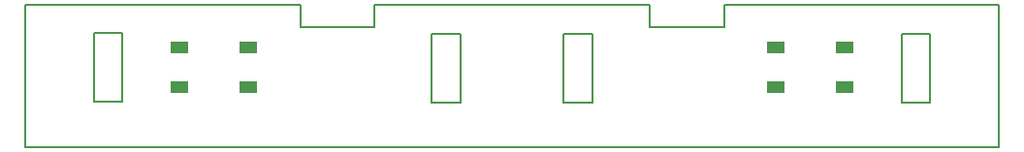
<source format=gbr>
G04 #@! TF.FileFunction,Paste,Bot*
%FSLAX46Y46*%
G04 Gerber Fmt 4.6, Leading zero omitted, Abs format (unit mm)*
G04 Created by KiCad (PCBNEW no-vcs-found-undefined) date Tue Nov  8 14:46:45 2016*
%MOMM*%
%LPD*%
G01*
G04 APERTURE LIST*
%ADD10C,0.600000*%
%ADD11C,0.150000*%
%ADD12R,1.504000X0.980000*%
G04 APERTURE END LIST*
D10*
D11*
X124500000Y-75100000D02*
X124500000Y-81100000D01*
X122000000Y-81100000D02*
X122000000Y-75100000D01*
X124500000Y-81100000D02*
X122000000Y-81100000D01*
X122000000Y-75100000D02*
X124500000Y-75100000D01*
X151500000Y-81100000D02*
X151500000Y-75100000D01*
X154000000Y-75100000D02*
X154000000Y-81100000D01*
X151500000Y-75100000D02*
X154000000Y-75100000D01*
X154000000Y-81100000D02*
X151500000Y-81100000D01*
X110500000Y-81100000D02*
X110500000Y-75100000D01*
X110500000Y-75100000D02*
X113000000Y-75100000D01*
X113000000Y-75100000D02*
X113000000Y-81100000D01*
X113000000Y-81100000D02*
X110500000Y-81100000D01*
X83500000Y-81000000D02*
X81000000Y-81000000D01*
X83500000Y-75000000D02*
X83500000Y-81000000D01*
X81000000Y-75000000D02*
X83500000Y-75000000D01*
X81000000Y-81000000D02*
X81000000Y-75000000D01*
X136000000Y-72500000D02*
X160000000Y-72500000D01*
X136000000Y-74500000D02*
X136000000Y-72500000D01*
X129500000Y-74500000D02*
X136000000Y-74500000D01*
X129500000Y-72500000D02*
X129500000Y-74500000D01*
X105500000Y-72500000D02*
X129500000Y-72500000D01*
X105500000Y-74500000D02*
X105500000Y-72500000D01*
X99000000Y-74500000D02*
X105500000Y-74500000D01*
X99000000Y-72500000D02*
X99000000Y-74500000D01*
X75000000Y-72500000D02*
X99000000Y-72500000D01*
X160000000Y-72500000D02*
X160000000Y-85000000D01*
X75000000Y-85000000D02*
X75000000Y-72500000D01*
X75000000Y-85000000D02*
X160000000Y-85000000D01*
D12*
X88500000Y-79750000D03*
X88500000Y-76250000D03*
X94500000Y-76250000D03*
X94500000Y-79750000D03*
X140500000Y-79750000D03*
X140500000Y-76250000D03*
X146500000Y-76250000D03*
X146500000Y-79750000D03*
M02*

</source>
